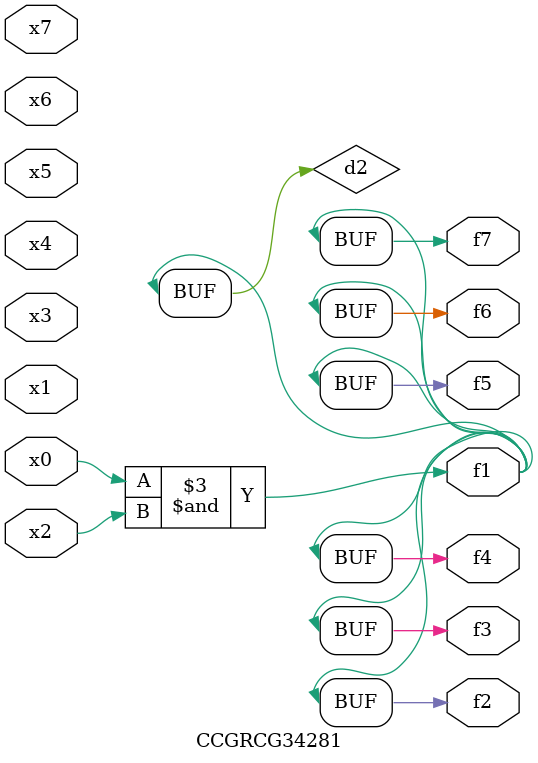
<source format=v>
module CCGRCG34281(
	input x0, x1, x2, x3, x4, x5, x6, x7,
	output f1, f2, f3, f4, f5, f6, f7
);

	wire d1, d2;

	nor (d1, x3, x6);
	and (d2, x0, x2);
	assign f1 = d2;
	assign f2 = d2;
	assign f3 = d2;
	assign f4 = d2;
	assign f5 = d2;
	assign f6 = d2;
	assign f7 = d2;
endmodule

</source>
